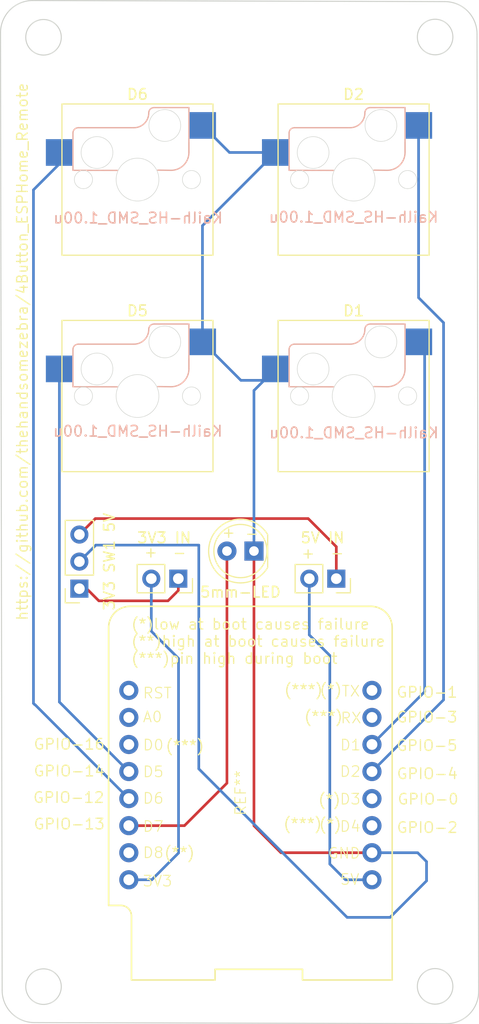
<source format=kicad_pcb>
(kicad_pcb (version 20221018) (generator pcbnew)
  (layers (0 "F.Cu" signal) (31 "B.Cu" signal) (34 "B.Paste" user) (35 "F.Paste" user) (36 "B.SilkS" user "B.Silkscreen") (37 "F.SilkS" user "F.Silkscreen") (38 "B.Mask" user) (39 "F.Mask" user) (44 "Edge.Cuts" user))
  (net 0 "")
  (footprint "00_COTS_Felix:Kailh-HS_SMD_1.00u" (layer "F.Cu") (at 137.458051 123.7742)
    (fp_text reference "D5" (at 0 -8) (layer "F.SilkS"))
    (fp_text value "Kailh-HS_SMD_1.00u" (at 0.032149 3.302) (layer "B.SilkS") (effects (justify mirror)))
    (fp_line (start -6.064647 -4.370847) (end -6.064647 -0.870847) (stroke (width 0.127)) (layer "B.SilkS"))
    (fp_line (start -6.064647 -0.870847) (end -1.8899 -0.8636) (stroke (width 0.127)) (layer "B.SilkS"))
    (fp_line (start -0.329647 -4.870847) (end -5.564647 -4.870847) (stroke (width 0.127)) (layer "B.SilkS"))
    (fp_line (start 1.9153 -0.889) (end 3.160353 -0.870847) (stroke (width 0.127)) (layer "B.SilkS"))
    (fp_line (start 4.835353 -6.760847) (end 1.560353 -6.760847) (stroke (width 0.127)) (layer "B.SilkS"))
    (fp_line (start 4.835353 -2.545847) (end 4.835353 -6.760847) (stroke (width 0.127)) (layer "B.SilkS"))
    (fp_line (start 4.835353 -2.545847) (end 4.835353 -3.515847) (stroke (width 0.127)) (layer "B.SilkS"))
    (fp_arc (start -6.064647 -4.370847) (mid -5.918201 -4.724401) (end -5.564647 -4.870847) (stroke (width 0.127)) (layer "B.SilkS"))
    (fp_arc (start 1.060353 -6.260847) (mid 0.653232 -5.277968) (end -0.329647 -4.870847) (stroke (width 0.127)) (layer "B.SilkS"))
    (fp_arc (start 1.060353 -6.260847) (mid 1.206799 -6.614401) (end 1.560353 -6.760847) (stroke (width 0.127)) (layer "B.SilkS"))
    (fp_arc (start 4.835353 -2.545847) (mid 4.344757 -1.361444) (end 3.160353 -0.870847) (stroke (width 0.127)) (layer "B.SilkS"))
    (fp_line (start -7.1 -7.1) (end -7.1 7.1) (stroke (width 0.12)) (layer "F.SilkS"))
    (fp_line (start -7.1 7.1) (end 7.1 7.1) (stroke (width 0.12)) (layer "F.SilkS"))
    (fp_line (start 7.1 -7.1) (end -7.1 -7.1) (stroke (width 0.12)) (layer "F.SilkS"))
    (fp_line (start 7.1 7.1) (end 7.1 -7.1) (stroke (width 0.12)) (layer "F.SilkS"))
    (fp_circle (center -5.08 0) (end -4.572 -0.6858) (stroke (width 0.05)) (fill none) (layer "Edge.Cuts"))
    (fp_circle (center -3.804824 -2.54) (end -2.687224 -3.5306) (stroke (width 0.05)) (fill none) (layer "Edge.Cuts"))
    (fp_circle (center 0.004496 0) (end 0.944296 -1.778) (stroke (width 0.05)) (fill none) (layer "Edge.Cuts"))
    (fp_circle (center 2.570576 -5.08) (end 4.064001 -5.08) (stroke (width 0.05)) (fill none) (layer "Edge.Cuts"))
    (fp_circle (center 5.08 0) (end 5.588 -0.6858) (stroke (width 0.05)) (fill none) (layer "Edge.Cuts"))
    (pad "1" smd rect (at 6.110353 -5.085847) (size 2.55 2.5) (layers "B.Cu" "F.Paste" "F.Mask"))
    (pad "2" smd rect (at -7.339647 -2.545847) (size 2.55 2.5) (layers "B.Cu" "F.Paste" "F.Mask"))
  )
  (footprint "00_COTS_Felix:Kailh-HS_SMD_1.00u" (layer "F.Cu") (at 137.458051 103.4542)
    (fp_text reference "D6" (at 0 -8) (layer "F.SilkS"))
    (fp_text value "Kailh-HS_SMD_1.00u" (at 0.057549 3.6068) (layer "B.SilkS") (effects (justify mirror)))
    (fp_line (start -6.064647 -4.370847) (end -6.064647 -0.870847) (stroke (width 0.127)) (layer "B.SilkS"))
    (fp_line (start -6.064647 -0.870847) (end -1.8899 -0.8636) (stroke (width 0.127)) (layer "B.SilkS"))
    (fp_line (start -0.329647 -4.870847) (end -5.564647 -4.870847) (stroke (width 0.127)) (layer "B.SilkS"))
    (fp_line (start 1.9153 -0.889) (end 3.160353 -0.870847) (stroke (width 0.127)) (layer "B.SilkS"))
    (fp_line (start 4.835353 -6.760847) (end 1.560353 -6.760847) (stroke (width 0.127)) (layer "B.SilkS"))
    (fp_line (start 4.835353 -2.545847) (end 4.835353 -6.760847) (stroke (width 0.127)) (layer "B.SilkS"))
    (fp_line (start 4.835353 -2.545847) (end 4.835353 -3.515847) (stroke (width 0.127)) (layer "B.SilkS"))
    (fp_arc (start -6.064647 -4.370847) (mid -5.918201 -4.724401) (end -5.564647 -4.870847) (stroke (width 0.127)) (layer "B.SilkS"))
    (fp_arc (start 1.060353 -6.260847) (mid 0.653232 -5.277968) (end -0.329647 -4.870847) (stroke (width 0.127)) (layer "B.SilkS"))
    (fp_arc (start 1.060353 -6.260847) (mid 1.206799 -6.614401) (end 1.560353 -6.760847) (stroke (width 0.127)) (layer "B.SilkS"))
    (fp_arc (start 4.835353 -2.545847) (mid 4.344757 -1.361444) (end 3.160353 -0.870847) (stroke (width 0.127)) (layer "B.SilkS"))
    (fp_line (start -7.1 -7.1) (end -7.1 7.1) (stroke (width 0.12)) (layer "F.SilkS"))
    (fp_line (start -7.1 7.1) (end 7.1 7.1) (stroke (width 0.12)) (layer "F.SilkS"))
    (fp_line (start 7.1 -7.1) (end -7.1 -7.1) (stroke (width 0.12)) (layer "F.SilkS"))
    (fp_line (start 7.1 7.1) (end 7.1 -7.1) (stroke (width 0.12)) (layer "F.SilkS"))
    (fp_circle (center -5.08 0) (end -4.572 -0.6858) (stroke (width 0.05)) (fill none) (layer "Edge.Cuts"))
    (fp_circle (center -3.804824 -2.54) (end -2.687224 -3.5306) (stroke (width 0.05)) (fill none) (layer "Edge.Cuts"))
    (fp_circle (center 0.004496 0) (end 0.944296 -1.778) (stroke (width 0.05)) (fill none) (layer "Edge.Cuts"))
    (fp_circle (center 2.570576 -5.08) (end 4.064001 -5.08) (stroke (width 0.05)) (fill none) (layer "Edge.Cuts"))
    (fp_circle (center 5.08 0) (end 5.588 -0.6858) (stroke (width 0.05)) (fill none) (layer "Edge.Cuts"))
    (pad "1" smd rect (at 6.110353 -5.085847) (size 2.55 2.5) (layers "B.Cu" "F.Paste" "F.Mask"))
    (pad "2" smd rect (at -7.339647 -2.545847) (size 2.55 2.5) (layers "B.Cu" "F.Paste" "F.Mask"))
  )
  (footprint "Connector_PinSocket_2.54mm:PinSocket_1x03_P2.54mm_Vertical" (layer "F.Cu") (at 131.997051 141.859 180)
    (fp_text reference "3V3 SW1 5V" (at -2.8194 2.54 90) (layer "F.SilkS"))
    (fp_text value "PinSocket_1x03_P2.54mm_Vertical" hide)
    (fp_line (start -1.33 1.27) (end -1.33 6.41) (stroke (width 0.12)) (layer "F.SilkS"))
    (fp_line (start -1.33 1.27) (end 1.33 1.27) (stroke (width 0.12)) (layer "F.SilkS"))
    (fp_line (start -1.33 6.41) (end 1.33 6.41) (stroke (width 0.12)) (layer "F.SilkS"))
    (fp_line (start 0 -1.33) (end 1.33 -1.33) (stroke (width 0.12)) (layer "F.SilkS"))
    (fp_line (start 1.33 -1.33) (end 1.33 0) (stroke (width 0.12)) (layer "F.SilkS"))
    (fp_line (start 1.33 1.27) (end 1.33 6.41) (stroke (width 0.12)) (layer "F.SilkS"))
    (pad "1" thru_hole rect (at 0 0 180) (size 1.7 1.7) (drill 1) (layers "*.Cu" "*.Mask"))
    (pad "2" thru_hole oval (at 0 2.54 180) (size 1.7 1.7) (drill 1) (layers "*.Cu" "*.Mask"))
    (pad "3" thru_hole oval (at 0 5.08 180) (size 1.7 1.7) (drill 1) (layers "*.Cu" "*.Mask"))
  )
  (footprint "00_COTS_Felix:Kailh-HS_SMD_1.00u" (layer "F.Cu") (at 157.778051 123.7742)
    (fp_text reference "D1" (at 0 -8) (layer "F.SilkS"))
    (fp_text value "Kailh-HS_SMD_1.00u" (at 0.032149 3.4544) (layer "B.SilkS") (effects (justify mirror)))
    (fp_line (start -6.064647 -4.370847) (end -6.064647 -0.870847) (stroke (width 0.127)) (layer "B.SilkS"))
    (fp_line (start -6.064647 -0.870847) (end -1.8899 -0.8636) (stroke (width 0.127)) (layer "B.SilkS"))
    (fp_line (start -0.329647 -4.870847) (end -5.564647 -4.870847) (stroke (width 0.127)) (layer "B.SilkS"))
    (fp_line (start 1.9153 -0.889) (end 3.160353 -0.870847) (stroke (width 0.127)) (layer "B.SilkS"))
    (fp_line (start 4.835353 -6.760847) (end 1.560353 -6.760847) (stroke (width 0.127)) (layer "B.SilkS"))
    (fp_line (start 4.835353 -2.545847) (end 4.835353 -6.760847) (stroke (width 0.127)) (layer "B.SilkS"))
    (fp_line (start 4.835353 -2.545847) (end 4.835353 -3.515847) (stroke (width 0.127)) (layer "B.SilkS"))
    (fp_arc (start -6.064647 -4.370847) (mid -5.918201 -4.724401) (end -5.564647 -4.870847) (stroke (width 0.127)) (layer "B.SilkS"))
    (fp_arc (start 1.060353 -6.260847) (mid 0.653232 -5.277968) (end -0.329647 -4.870847) (stroke (width 0.127)) (layer "B.SilkS"))
    (fp_arc (start 1.060353 -6.260847) (mid 1.206799 -6.614401) (end 1.560353 -6.760847) (stroke (width 0.127)) (layer "B.SilkS"))
    (fp_arc (start 4.835353 -2.545847) (mid 4.344757 -1.361444) (end 3.160353 -0.870847) (stroke (width 0.127)) (layer "B.SilkS"))
    (fp_line (start -7.1 -7.1) (end -7.1 7.1) (stroke (width 0.12)) (layer "F.SilkS"))
    (fp_line (start -7.1 7.1) (end 7.1 7.1) (stroke (width 0.12)) (layer "F.SilkS"))
    (fp_line (start 7.1 -7.1) (end -7.1 -7.1) (stroke (width 0.12)) (layer "F.SilkS"))
    (fp_line (start 7.1 7.1) (end 7.1 -7.1) (stroke (width 0.12)) (layer "F.SilkS"))
    (fp_circle (center -5.08 0) (end -4.572 -0.6858) (stroke (width 0.05)) (fill none) (layer "Edge.Cuts"))
    (fp_circle (center -3.804824 -2.54) (end -2.687224 -3.5306) (stroke (width 0.05)) (fill none) (layer "Edge.Cuts"))
    (fp_circle (center 0.004496 0) (end 0.944296 -1.778) (stroke (width 0.05)) (fill none) (layer "Edge.Cuts"))
    (fp_circle (center 2.570576 -5.08) (end 4.064001 -5.08) (stroke (width 0.05)) (fill none) (layer "Edge.Cuts"))
    (fp_circle (center 5.08 0) (end 5.588 -0.6858) (stroke (width 0.05)) (fill none) (layer "Edge.Cuts"))
    (pad "1" smd rect (at 6.110353 -5.085847) (size 2.55 2.5) (layers "B.Cu" "F.Paste" "F.Mask"))
    (pad "2" smd rect (at -7.339647 -2.545847) (size 2.55 2.5) (layers "B.Cu" "F.Paste" "F.Mask"))
  )
  (footprint "Connector_PinSocket_2.54mm:PinSocket_1x02_P2.54mm_Vertical" (layer "F.Cu") (at 156.152451 140.9192 -90)
    (fp_text reference "5V IN" (at -3.8354 1.2954) (layer "F.SilkS"))
    (fp_text value "PinSocket_1x02_P2.54mm_Vertical" hide)
    (fp_line (start -1.33 1.27) (end -1.33 3.87) (stroke (width 0.12)) (layer "F.SilkS"))
    (fp_line (start -1.33 1.27) (end 1.33 1.27) (stroke (width 0.12)) (layer "F.SilkS"))
    (fp_line (start -1.33 3.87) (end 1.33 3.87) (stroke (width 0.12)) (layer "F.SilkS"))
    (fp_line (start 0 -1.33) (end 1.33 -1.33) (stroke (width 0.12)) (layer "F.SilkS"))
    (fp_line (start 1.33 -1.33) (end 1.33 0) (stroke (width 0.12)) (layer "F.SilkS"))
    (fp_line (start 1.33 1.27) (end 1.33 3.87) (stroke (width 0.12)) (layer "F.SilkS"))
    (pad "1" thru_hole rect (at 0 0 270) (size 1.7 1.7) (drill 1) (layers "*.Cu" "*.Mask"))
    (pad "2" thru_hole oval (at 0 2.54 270) (size 1.7 1.7) (drill 1) (layers "*.Cu" "*.Mask"))
  )
  (footprint "00_COTS_Felix:Kailh-HS_SMD_1.00u" (layer "F.Cu") (at 157.778051 103.4542)
    (fp_text reference "D2" (at 0 -8) (layer "F.SilkS"))
    (fp_text value "Kailh-HS_SMD_1.00u" (at 0 3.5306) (layer "B.SilkS") (effects (justify mirror)))
    (fp_line (start -6.064647 -4.370847) (end -6.064647 -0.870847) (stroke (width 0.127)) (layer "B.SilkS"))
    (fp_line (start -6.064647 -0.870847) (end -1.8899 -0.8636) (stroke (width 0.127)) (layer "B.SilkS"))
    (fp_line (start -0.329647 -4.870847) (end -5.564647 -4.870847) (stroke (width 0.127)) (layer "B.SilkS"))
    (fp_line (start 1.9153 -0.889) (end 3.160353 -0.870847) (stroke (width 0.127)) (layer "B.SilkS"))
    (fp_line (start 4.835353 -6.760847) (end 1.560353 -6.760847) (stroke (width 0.127)) (layer "B.SilkS"))
    (fp_line (start 4.835353 -2.545847) (end 4.835353 -6.760847) (stroke (width 0.127)) (layer "B.SilkS"))
    (fp_line (start 4.835353 -2.545847) (end 4.835353 -3.515847) (stroke (width 0.127)) (layer "B.SilkS"))
    (fp_arc (start -6.064647 -4.370847) (mid -5.918201 -4.724401) (end -5.564647 -4.870847) (stroke (width 0.127)) (layer "B.SilkS"))
    (fp_arc (start 1.060353 -6.260847) (mid 0.653232 -5.277968) (end -0.329647 -4.870847) (stroke (width 0.127)) (layer "B.SilkS"))
    (fp_arc (start 1.060353 -6.260847) (mid 1.206799 -6.614401) (end 1.560353 -6.760847) (stroke (width 0.127)) (layer "B.SilkS"))
    (fp_arc (start 4.835353 -2.545847) (mid 4.344757 -1.361444) (end 3.160353 -0.870847) (stroke (width 0.127)) (layer "B.SilkS"))
    (fp_line (start -7.1 -7.1) (end -7.1 7.1) (stroke (width 0.12)) (layer "F.SilkS"))
    (fp_line (start -7.1 7.1) (end 7.1 7.1) (stroke (width 0.12)) (layer "F.SilkS"))
    (fp_line (start 7.1 -7.1) (end -7.1 -7.1) (stroke (width 0.12)) (layer "F.SilkS"))
    (fp_line (start 7.1 7.1) (end 7.1 -7.1) (stroke (width 0.12)) (layer "F.SilkS"))
    (fp_circle (center -5.08 0) (end -4.572 -0.6858) (stroke (width 0.05)) (fill none) (layer "Edge.Cuts"))
    (fp_circle (center -3.804824 -2.54) (end -2.687224 -3.5306) (stroke (width 0.05)) (fill none) (layer "Edge.Cuts"))
    (fp_circle (center 0.004496 0) (end 0.944296 -1.778) (stroke (width 0.05)) (fill none) (layer "Edge.Cuts"))
    (fp_circle (center 2.570576 -5.08) (end 4.064001 -5.08) (stroke (width 0.05)) (fill none) (layer "Edge.Cuts"))
    (fp_circle (center 5.08 0) (end 5.588 -0.6858) (stroke (width 0.05)) (fill none) (layer "Edge.Cuts"))
    (pad "1" smd rect (at 6.110353 -5.085847) (size 2.55 2.5) (layers "B.Cu" "F.Paste" "F.Mask"))
    (pad "2" smd rect (at -7.339647 -2.545847) (size 2.55 2.5) (layers "B.Cu" "F.Paste" "F.Mask"))
  )
  (footprint "LED_THT:LED_D5.0mm" (layer "F.Cu") (at 148.410451 138.3284 180)
    (fp_text reference "5mm-LED" (at 1.27 -3.8608) (layer "F.SilkS"))
    (fp_text value "LED_D5.0mm" hide)
    (fp_line (start -1.29 -1.545) (end -1.29 1.545) (stroke (width 0.12)) (layer "F.SilkS"))
    (fp_arc (start -1.29 -1.54483) (mid 2.072002 -2.880433) (end 4.26 0.000462) (stroke (width 0.12)) (layer "F.SilkS"))
    (fp_arc (start 4.26 -0.000462) (mid 2.072002 2.880433) (end -1.29 1.54483) (stroke (width 0.12)) (layer "F.SilkS"))
    (fp_circle (center 1.27 0) (end 3.77 0) (stroke (width 0.12)) (fill none) (layer "F.SilkS"))
    (pad "1" thru_hole rect (at 0 0 180) (size 1.8 1.8) (drill 0.9) (layers "*.Cu" "*.Mask"))
    (pad "2" thru_hole circle (at 2.54 0 180) (size 1.8 1.8) (drill 0.9) (layers "*.Cu" "*.Mask"))
  )
  (footprint "Connector_PinSocket_2.54mm:PinSocket_1x02_P2.54mm_Vertical" (layer "F.Cu") (at 141.298851 140.9188 -90)
    (fp_text reference "3V3 IN" (at -3.835 1.3262) (layer "F.SilkS"))
    (fp_text value "PinSocket_1x02_P2.54mm_Vertical" hide)
    (fp_line (start -1.33 1.27) (end -1.33 3.87) (stroke (width 0.12)) (layer "F.SilkS"))
    (fp_line (start -1.33 1.27) (end 1.33 1.27) (stroke (width 0.12)) (layer "F.SilkS"))
    (fp_line (start -1.33 3.87) (end 1.33 3.87) (stroke (width 0.12)) (layer "F.SilkS"))
    (fp_line (start 0 -1.33) (end 1.33 -1.33) (stroke (width 0.12)) (layer "F.SilkS"))
    (fp_line (start 1.33 -1.33) (end 1.33 0) (stroke (width 0.12)) (layer "F.SilkS"))
    (fp_line (start 1.33 1.27) (end 1.33 3.87) (stroke (width 0.12)) (layer "F.SilkS"))
    (pad "1" thru_hole rect (at 0 0 270) (size 1.7 1.7) (drill 1) (layers "*.Cu" "*.Mask"))
    (pad "2" thru_hole oval (at 0 2.54 270) (size 1.7 1.7) (drill 1) (layers "*.Cu" "*.Mask"))
  )
  (footprint "00_COTS_Felix:wemos-D1-mini" (layer "F.Cu") (at 148.088051 160.6542)
    (fp_text reference "REF**" (at -0.9318 0.381 90 unlocked) (layer "F.SilkS") (effects (font (thickness 0.1))))
    (fp_text value "wemos-D1-mini")
    (fp_text user "D1" (at 8.3566 -3.5306 unlocked) (layer "F.SilkS") (effects (font (thickness 0.1)) (justify left bottom)))
    (fp_text user "D7" (at -10.1854 4.1148 unlocked) (layer "F.SilkS") (effects (font (thickness 0.1)) (justify left bottom)))
    (fp_text user "TX" (at 8.509 -8.5852 unlocked) (layer "F.SilkS") (effects (font (thickness 0.1)) (justify left bottom)))
    (fp_text user "D6" (at -10.1854 1.4732 unlocked) (layer "F.SilkS") (effects (font (thickness 0.1)) (justify left bottom)))
    (fp_text user "A0" (at -10.1854 -6.1722 unlocked) (layer "F.SilkS") (effects (font (thickness 0.1)) (justify left bottom)))
    (fp_text user "D0" (at -10.1854 -3.5306 unlocked) (layer "F.SilkS") (effects (font (thickness 0.1)) (justify left bottom)))
    (fp_text user "GND" (at 7.2136 6.6294 unlocked) (layer "F.SilkS") (effects (font (thickness 0.1)) (justify left bottom)))
    (fp_text user "D4" (at 8.3312 4.1148 unlocked) (layer "F.SilkS") (effects (font (thickness 0.1)) (justify left bottom)))
    (fp_text user "3V3" (at -10.1854 9.2456 unlocked) (layer "F.SilkS") (effects (font (thickness 0.1)) (justify left bottom)))
    (fp_text user "D5" (at -10.1854 -1.016 unlocked) (layer "F.SilkS") (effects (font (thickness 0.1)) (justify left bottom)))
    (fp_text user "RST" (at -10.1854 -8.4074 unlocked) (layer "F.SilkS") (effects (font (thickness 0.1)) (justify left bottom)))
    (fp_text user "RX" (at 8.4074 -6.0706 unlocked) (layer "F.SilkS") (effects (font (thickness 0.1)) (justify left bottom)))
    (fp_text user "5V" (at 8.3566 9.0932 unlocked) (layer "F.SilkS") (effects (font (thickness 0.1)) (justify left bottom)))
    (fp_text user "D2" (at 8.3312 -1.0414 unlocked) (layer "F.SilkS") (effects (font (thickness 0.1)) (justify left bottom)))
    (fp_text user "D8" (at -10.1854 6.5786 unlocked) (layer "F.SilkS") (effects (font (thickness 0.1)) (justify left bottom)))
    (fp_text user "D3" (at 8.3312 1.5494 unlocked) (layer "F.SilkS") (effects (font (thickness 0.1)) (justify left bottom)))
    (fp_line (start -13.3428 -15.1348) (end -13.3428 10.9452) (stroke (width 0.15)) (layer "F.SilkS"))
    (fp_line (start -13.3428 10.9452) (end -13.3428 10.9452) (stroke (width 0.15)) (layer "F.SilkS"))
    (fp_line (start -12.1828 10.9452) (end -13.3428 10.9452) (stroke (width 0.15)) (layer "F.SilkS"))
    (fp_line (start -11.1928 17.9452) (end -11.1928 11.9452) (stroke (width 0.15)) (layer "F.SilkS"))
    (fp_line (start -11.1928 17.9452) (end -3.3328 17.9452) (stroke (width 0.15)) (layer "F.SilkS"))
    (fp_line (start -3.3328 16.9452) (end 4.8872 16.9452) (stroke (width 0.15)) (layer "F.SilkS"))
    (fp_line (start -3.3328 17.9452) (end -3.3328 16.9452) (stroke (width 0.15)) (layer "F.SilkS"))
    (fp_line (start 4.8872 16.9452) (end 4.8872 17.9452) (stroke (width 0.15)) (layer "F.SilkS"))
    (fp_line (start 4.8872 17.9452) (end 13.317199 17.9452) (stroke (width 0.15)) (layer "F.SilkS"))
    (fp_line (start 11.3172 -17.1348) (end -11.3428 -17.1348) (stroke (width 0.15)) (layer "F.SilkS"))
    (fp_line (start 13.3172 17.9452) (end 13.3172 -15.1348) (stroke (width 0.15)) (layer "F.SilkS"))
    (fp_arc (start -13.3428 -15.1348) (mid -12.757014 -16.549014) (end -11.3428 -17.1348) (stroke (width 0.15)) (layer "F.SilkS"))
    (fp_arc (start -12.1928 10.9452) (mid -11.485693 11.238093) (end -11.1928 11.9452) (stroke (width 0.15)) (layer "F.SilkS"))
    (fp_arc (start 11.3172 -17.1348) (mid 12.731414 -16.549014) (end 13.3172 -15.1348) (stroke (width 0.15)) (layer "F.SilkS"))
    (pad "1" thru_hole circle (at -11.4428 -9.2448 90) (size 1.8 1.8) (drill 1.016) (layers "*.Cu" "*.Mask"))
    (pad "2" thru_hole circle (at -11.4428 -6.7048 90) (size 1.8 1.8) (drill 1.016) (layers "*.Cu" "*.Mask"))
    (pad "3" thru_hole circle (at -11.4428 -4.1648 90) (size 1.8 1.8) (drill 1.016) (layers "*.Cu" "*.Mask"))
    (pad "4" thru_hole circle (at -11.4428 -1.6248 90) (size 1.8 1.8) (drill 1.016) (layers "*.Cu" "*.Mask"))
    (pad "5" thru_hole circle (at -11.4428 0.9152 90) (size 1.8 1.8) (drill 1.016) (layers "*.Cu" "*.Mask"))
    (pad "6" thru_hole circle (at -11.4428 3.4552 90) (size 1.8 1.8) (drill 1.016) (layers "*.Cu" "*.Mask"))
    (pad "7" thru_hole circle (at -11.4428 5.9952 90) (size 1.8 1.8) (drill 1.016) (layers "*.Cu" "*.Mask"))
    (pad "8" thru_hole circle (at -11.4428 8.5352 90) (size 1.8 1.8) (drill 1.016) (layers "*.Cu" "*.Mask"))
    (pad "9" thru_hole circle (at 11.4172 8.5352 90) (size 1.8 1.8) (drill 1.016) (layers "*.Cu" "*.Mask"))
    (pad "10" thru_hole circle (at 11.4172 5.9952 90) (size 1.8 1.8) (drill 1.016) (layers "*.Cu" "*.Mask"))
    (pad "11" thru_hole circle (at 11.4172 3.4552 90) (size 1.8 1.8) (drill 1.016) (layers "*.Cu" "*.Mask"))
    (pad "12" thru_hole circle (at 11.4172 0.9152 90) (size 1.8 1.8) (drill 1.016) (layers "*.Cu" "*.Mask"))
    (pad "13" thru_hole circle (at 11.4172 -1.6248 90) (size 1.8 1.8) (drill 1.016) (layers "*.Cu" "*.Mask"))
    (pad "14" thru_hole circle (at 11.4172 -4.1648 90) (size 1.8 1.8) (drill 1.016) (layers "*.Cu" "*.Mask"))
    (pad "15" thru_hole circle (at 11.4172 -6.7048 90) (size 1.8 1.8) (drill 1.016) (layers "*.Cu" "*.Mask"))
    (pad "16" thru_hole circle (at 11.4172 -9.2448 90) (size 1.8 1.8) (drill 1.016) (layers "*.Cu" "*.Mask"))
  )
  (gr_line (start 124.736352 179.574299) (end 124.583952 89.665701) (stroke (width 0.1)) (layer "Edge.Cuts"))
  (gr_arc (start 127.758952 182.596899) (mid 125.621651 181.7116) (end 124.736352 179.574299) (stroke (width 0.1)) (layer "Edge.Cuts"))
  (gr_arc (start 124.583952 89.665701) (mid 125.469251 87.5284) (end 127.606552 86.643101) (stroke (width 0.1)) (layer "Edge.Cuts"))
  (gr_arc (start 166.35955 86.744701) (mid 168.496851 87.63) (end 169.38215 89.767301) (stroke (width 0.1)) (layer "Edge.Cuts"))
  (gr_circle (center 165.442102 90.0684) (end 166.839102 89.154) (stroke (width 0.1)) (fill none) (layer "Edge.Cuts"))
  (gr_circle (center 128.6256 179.2224) (end 130.0226 178.308) (stroke (width 0.1)) (fill none) (layer "Edge.Cuts"))
  (gr_line (start 127.606552 86.643101) (end 166.35955 86.744701) (stroke (width 0.1)) (layer "Edge.Cuts"))
  (gr_line (start 169.38215 89.767301) (end 169.53455 179.675899) (stroke (width 0.1)) (layer "Edge.Cuts"))
  (gr_line (start 166.51195 182.698499) (end 127.758952 182.596899) (stroke (width 0.1)) (layer "Edge.Cuts"))
  (gr_circle (center 128.6256 90.0938) (end 130.0226 89.1794) (stroke (width 0.1)) (fill none) (layer "Edge.Cuts"))
  (gr_circle (center 165.442102 179.197) (end 166.839102 178.2826) (stroke (width 0.1)) (fill none) (layer "Edge.Cuts"))
  (gr_arc (start 169.53455 179.675899) (mid 168.649251 181.8132) (end 166.51195 182.698499) (stroke (width 0.1)) (layer "Edge.Cuts"))
  (gr_text "-" (at 147.516451 137.2616) (layer "F.SilkS") (effects (font (size 1 1) (thickness 0.125)) (justify left bottom)))
  (gr_text "(*)" (at 154.374451 162.2552) (layer "F.SilkS") (effects (font (size 1 1) (thickness 0.125)) (justify left bottom)))
  (gr_text "+" (at 138.016851 139.0142) (layer "F.SilkS") (effects (font (size 1 1) (thickness 0.125)) (justify left bottom)))
  (gr_text "-" (at 155.542851 139.0904) (layer "F.SilkS") (effects (font (size 1 1) (thickness 0.125)) (justify left bottom)))
  (gr_text "(*)low at boot causes failure\n(**)high at boot causes failure\n(***)pin high during boot" (at 136.797651 148.9964) (layer "F.SilkS") (effects (font (size 1 1) (thickness 0.125)) (justify left bottom)))
  (gr_text "GPIO-1" (at 161.740451 152.1714) (layer "F.SilkS") (effects (font (size 1 1) (thickness 0.125)) (justify left bottom)))
  (gr_text "(***)" (at 151.174051 151.9428) (layer "F.SilkS") (effects (font (size 1 1) (thickness 0.125)) (justify left bottom)))
  (gr_text "(*)" (at 154.450651 164.5666) (layer "F.SilkS") (effects (font (size 1 1) (thickness 0.125)) (justify left bottom)))
  (gr_text "(*)" (at 154.501451 151.9428) (layer "F.SilkS") (effects (font (size 1 1) (thickness 0.125)) (justify left bottom)))
  (gr_text "(***)" (at 151.097851 164.5158) (layer "F.SilkS") (effects (font (size 1 1) (thickness 0.125)) (justify left bottom)))
  (gr_text "GPIO-2" (at 161.765851 164.8714) (layer "F.SilkS") (effects (font (size 1 1) (thickness 0.125)) (justify left bottom)))
  (gr_text "(***)" (at 140.023451 157.2006) (layer "F.SilkS") (effects (font (size 1 1) (thickness 0.125)) (justify left bottom)))
  (gr_text "GPIO-0" (at 161.842051 162.2044) (layer "F.SilkS") (effects (font (size 1 1) (thickness 0.125)) (justify left bottom)))
  (gr_text "GPIO-3" (at 161.740451 154.5082) (layer "F.SilkS") (effects (font (size 1 1) (thickness 0.125)) (justify left bottom)))
  (gr_text "https://github.com/thehandsomezebra/4Button_ESPHome_Remote" (at 127.221851 144.9324 90) (layer "F.SilkS") (effects (font (size 1 1) (thickness 0.125)) (justify left bottom)))
  (gr_text "GPIO-12" (at 127.577451 162.052) (layer "F.SilkS") (effects (font (size 1 1) (thickness 0.125)) (justify left bottom)))
  (gr_text "GPIO-4" (at 161.765851 159.8168) (layer "F.SilkS") (effects (font (size 1 1) (thickness 0.125)) (justify left bottom)))
  (gr_text "GPIO-5" (at 161.740451 157.1752) (layer "F.SilkS") (effects (font (size 1 1) (thickness 0.125)) (justify left bottom)))
  (gr_text "(**)" (at 139.896451 167.2336) (layer "F.SilkS") (effects (font (size 1 1) (thickness 0.125)) (justify left bottom)))
  (gr_text "(***)" (at 153.053651 154.4574) (layer "F.SilkS") (effects (font (size 1 1) (thickness 0.125)) (justify left bottom)))
  (gr_text "GPIO-13" (at 127.628251 164.5412) (layer "F.SilkS") (effects (font (size 1 1) (thickness 0.125)) (justify left bottom)))
  (gr_text "-" (at 140.709251 139.065) (layer "F.SilkS") (effects (font (size 1 1) (thickness 0.125)) (justify left bottom)))
  (gr_text "GPIO-14" (at 127.628251 159.5628) (layer "F.SilkS") (effects (font (size 1 1) (thickness 0.125)) (justify left bottom)))
  (gr_text "+" (at 152.799651 139.1158) (layer "F.SilkS") (effects (font (size 1 1) (thickness 0.125)) (justify left bottom)))
  (gr_text "GPIO-16" (at 127.628251 157.0482) (layer "F.SilkS") (effects (font (size 1 1) (thickness 0.125)) (justify left bottom)))
  (gr_text "+" (at 145.332051 137.16) (layer "F.SilkS") (effects (font (size 1 1) (thickness 0.125)) (justify left bottom)))
  (segment (start 156.152451 137.922) (end 153.510851 135.2804) (width 0.25) (layer "F.Cu") (net 0))
  (segment (start 159.505251 166.6494) (end 150.945451 166.6494) (width 0.25) (layer "F.Cu") (net 0))
  (segment (start 141.298851 142.0314) (end 140.328251 143.002) (width 0.25) (layer "F.Cu") (net 0))
  (segment (start 145.870451 160.1166) (end 141.877651 164.1094) (width 0.25) (layer "F.Cu") (net 0))
  (segment (start 132.682851 141.859) (end 131.997051 141.859) (width 0.25) (layer "F.Cu") (net 0))
  (segment (start 141.298851 140.9188) (end 141.298851 142.0314) (width 0.25) (layer "F.Cu") (net 0))
  (segment (start 133.825851 143.002) (end 132.682851 141.859) (width 0.25) (layer "F.Cu") (net 0))
  (segment (start 150.945451 166.6494) (end 148.410451 164.1144) (width 0.25) (layer "F.Cu") (net 0))
  (segment (start 156.152451 140.9192) (end 156.152451 137.922) (width 0.25) (layer "F.Cu") (net 0))
  (segment (start 140.328251 143.002) (end 133.825851 143.002) (width 0.25) (layer "F.Cu") (net 0))
  (segment (start 133.495651 135.2804) (end 131.997051 136.779) (width 0.25) (layer "F.Cu") (net 0))
  (segment (start 148.410451 164.1144) (end 148.410451 138.3284) (width 0.25) (layer "F.Cu") (net 0))
  (segment (start 141.877651 164.1094) (end 136.645251 164.1094) (width 0.25) (layer "F.Cu") (net 0))
  (segment (start 153.510851 135.2804) (end 133.495651 135.2804) (width 0.25) (layer "F.Cu") (net 0))
  (segment (start 145.870451 138.3284) (end 145.870451 160.1166) (width 0.25) (layer "F.Cu") (net 0))
  (segment (start 130.118404 101.980047) (end 130.118404 100.908353) (width 0.25) (layer "B.Cu") (net 0))
  (segment (start 127.679051 152.6286) (end 127.679051 104.4194) (width 0.25) (layer "B.Cu") (net 0))
  (segment (start 127.806051 152.7556) (end 127.679051 152.6286) (width 0.25) (layer "B.Cu") (net 0))
  (segment (start 163.888404 98.368353) (end 163.888404 114.542953) (width 0.25) (layer "B.Cu") (net 0))
  (segment (start 163.888404 114.542953) (end 166.236251 116.8908) (width 0.25) (layer "B.Cu") (net 0))
  (segment (start 127.679051 104.4194) (end 130.118404 101.980047) (width 0.25) (layer "B.Cu") (net 0))
  (segment (start 131.997051 139.319) (end 133.546451 137.7696) (width 0.25) (layer "B.Cu") (net 0))
  (segment (start 143.223851 137.7696) (end 143.223851 158.7754) (width 0.25) (layer "B.Cu") (net 0))
  (segment (start 133.546451 137.7696) (end 143.223851 137.7696) (width 0.25) (layer "B.Cu") (net 0))
  (segment (start 141.318851 166.6748) (end 141.318851 148.4122) (width 0.25) (layer "B.Cu") (net 0))
  (segment (start 163.797851 166.6494) (end 159.505251 166.6494) (width 0.25) (layer "B.Cu") (net 0))
  (segment (start 166.236251 116.8908) (end 166.236251 152.2984) (width 0.25) (layer "B.Cu") (net 0))
  (segment (start 166.236251 152.2984) (end 159.505251 159.0294) (width 0.25) (layer "B.Cu") (net 0))
  (segment (start 153.612451 140.9192) (end 153.612451 146.2024) (width 0.25) (layer "B.Cu") (net 0))
  (segment (start 136.645251 159.0294) (end 130.118404 152.502553) (width 0.25) (layer "B.Cu") (net 0))
  (segment (start 161.207051 172.72) (end 164.636051 169.291) (width 0.25) (layer "B.Cu") (net 0))
  (segment (start 157.016051 169.1894) (end 159.505251 169.1894) (width 0.25) (layer "B.Cu") (net 0))
  (segment (start 141.318851 148.4122) (end 138.758851 145.8522) (width 0.25) (layer "B.Cu") (net 0))
  (segment (start 136.645251 161.5694) (end 127.831451 152.7556) (width 0.25) (layer "B.Cu") (net 0))
  (segment (start 164.636051 169.291) (end 164.636051 167.4876) (width 0.25) (layer "B.Cu") (net 0))
  (segment (start 155.542851 148.1328) (end 155.542851 167.7162) (width 0.25) (layer "B.Cu") (net 0))
  (segment (start 143.568404 118.688353) (end 143.568404 107.778353) (width 0.25) (layer "B.Cu") (net 0))
  (segment (start 138.758851 145.8522) (end 138.758851 140.9188) (width 0.25) (layer "B.Cu") (net 0))
  (segment (start 157.168451 172.72) (end 161.207051 172.72) (width 0.25) (layer "B.Cu") (net 0))
  (segment (start 155.542851 167.7162) (end 157.016051 169.1894) (width 0.25) (layer "B.Cu") (net 0))
  (segment (start 147.181051 122.301) (end 143.568404 118.688353) (width 0.25) (layer "B.Cu") (net 0))
  (segment (start 143.568404 107.778353) (end 150.438404 100.908353) (width 0.25) (layer "B.Cu") (net 0))
  (segment (start 163.888404 118.688353) (end 163.888404 119.038753) (width 0) (layer "B.Cu") (net 0))
  (segment (start 164.458251 151.5364) (end 159.505251 156.4894) (width 0.25) (layer "B.Cu") (net 0))
  (segment (start 148.410451 123.256306) (end 149.365757 122.301) (width 0.25) (layer "B.Cu") (net 0))
  (segment (start 130.118404 152.502553) (end 130.118404 121.228353) (width 0.25) (layer "B.Cu") (net 0))
  (segment (start 163.888404 118.688353) (end 163.919004 118.688353) (width 0.25) (layer "B.Cu") (net 0))
  (segment (start 138.804251 169.1894) (end 141.318851 166.6748) (width 0.25) (layer "B.Cu") (net 0))
  (segment (start 164.636051 167.4876) (end 163.797851 166.6494) (width 0.25) (layer "B.Cu") (net 0))
  (segment (start 150.438404 100.908353) (end 146.108404 100.908353) (width 0.25) (layer "B.Cu") (net 0))
  (segment (start 164.458251 119.2582) (end 164.458251 151.5364) (width 0.25) (layer "B.Cu") (net 0))
  (segment (start 136.645251 169.1894) (end 138.804251 169.1894) (width 0.25) (layer "B.Cu") (net 0))
  (segment (start 127.831451 152.7556) (end 127.806051 152.7556) (width 0.25) (layer "B.Cu") (net 0))
  (segment (start 153.612451 146.2024) (end 155.542851 148.1328) (width 0.25) (layer "B.Cu") (net 0))
  (segment (start 149.365757 122.301) (end 147.181051 122.301) (width 0.25) (layer "B.Cu") (net 0))
  (segment (start 148.410451 138.3284) (end 148.410451 123.256306) (width 0.25) (layer "B.Cu") (net 0))
  (segment (start 143.223851 158.7754) (end 157.168451 172.72) (width 0.25) (layer "B.Cu") (net 0))
  (segment (start 163.888404 118.688353) (end 164.458251 119.2582) (width 0.25) (layer "B.Cu") (net 0))
  (segment (start 146.108404 100.908353) (end 143.568404 98.368353) (width 0.25) (layer "B.Cu") (net 0))
)
</source>
